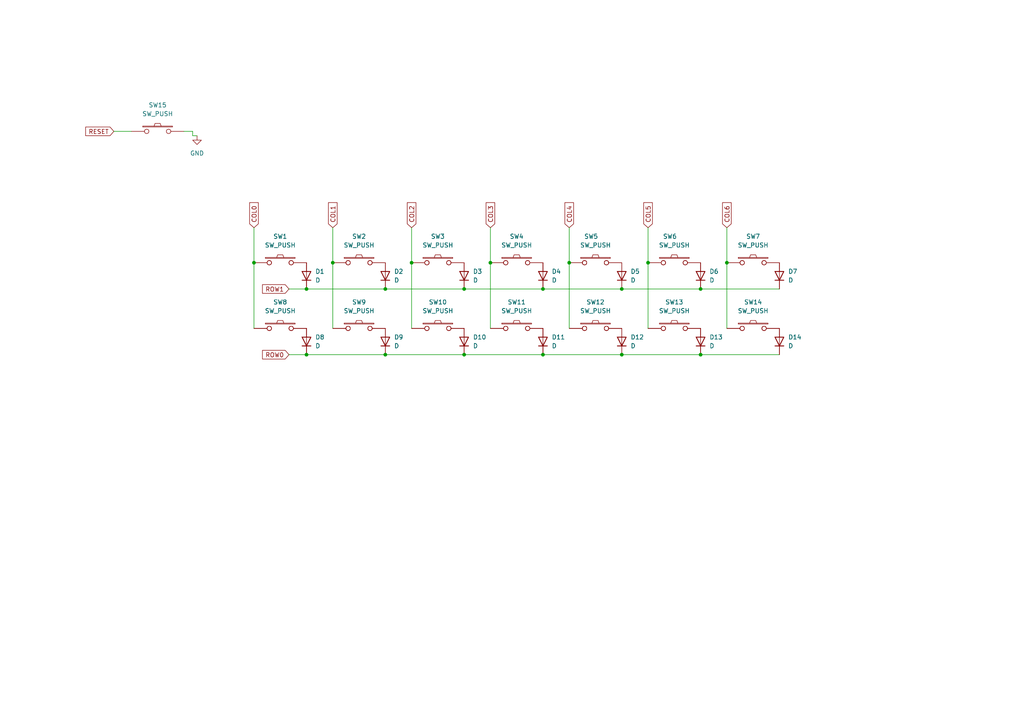
<source format=kicad_sch>
(kicad_sch (version 20230121) (generator eeschema)
  (paper "A4")
  (lib_symbols
    (symbol "Device:D" (pin_numbers hide) (pin_names (offset 1.016) hide)
      (property "Reference" "D" (at 0 2.54 0))
      (property "Value" "D" (at 0 -2.54 0))
      (symbol "D_0_1"
        (polyline (pts (xy -1.27 1.27) (xy -1.27 -1.27)) (stroke (width 0.254)))
        (polyline (pts (xy 1.27 0) (xy -1.27 0)))
        (polyline (pts (xy 1.27 1.27) (xy 1.27 -1.27) (xy -1.27 0) (xy 1.27 1.27)) (stroke (width 0.254)))
      )
      (symbol "D_1_1"
        (pin passive line (at -3.81 0 0) (length 2.54) (name "K") (number "1"))
        (pin passive line (at 3.81 0 180) (length 2.54) (name "A") (number "2"))
      )
    )
    (symbol "kbd:SW_PUSH" (pin_numbers hide) (pin_names (offset 1.016) hide)
      (property "Reference" "SW" (at 3.81 2.794 0))
      (property "Value" "SW_PUSH" (at 0 -2.032 0))
      (symbol "SW_PUSH_0_1"
        (rectangle (start -4.318 1.27) (end 4.318 1.524))
        (polyline (pts (xy -1.016 1.524) (xy -0.762 2.286) (xy 0.762 2.286) (xy 1.016 1.524)))
        (pin passive inverted (at -7.62 0 0) (length 5.08) (name "1") (number "1"))
        (pin passive inverted (at 7.62 0 180) (length 5.08) (name "2") (number "2"))
      )
    )
    (symbol "power:GND" (power) (pin_names (offset 0))
      (property "Value" "GND" (at 0 -3.81 0))
      (symbol "GND_0_1"
        (polyline (pts (xy 0 0) (xy 0 -1.27) (xy 1.27 -1.27) (xy 0 -2.54) (xy -1.27 -1.27) (xy 0 -1.27)))
      )
      (symbol "GND_1_1"
        (pin power_in line (at 0 0 270) (length 0) hide (name "GND") (number "1"))
      )
    )
  )
  (junction (at 88.9 83.82))
  (junction (at 203.2 102.87))
  (junction (at 157.48 83.82))
  (junction (at 142.24 76.2))
  (junction (at 134.62 83.82))
  (junction (at 165.1 76.2))
  (junction (at 203.2 83.82))
  (junction (at 111.76 102.87))
  (junction (at 187.96 76.2))
  (junction (at 134.62 102.87))
  (junction (at 157.48 102.87))
  (junction (at 88.9 102.87))
  (junction (at 210.82 76.2))
  (junction (at 180.34 83.82))
  (junction (at 180.34 102.87))
  (junction (at 96.52 76.2))
  (junction (at 119.38 76.2))
  (junction (at 73.66 76.2))
  (junction (at 111.76 83.82))
  (wire (pts (xy 55.88 39.37) (xy 55.88 38.1)))
  (wire (pts (xy 142.24 76.2) (xy 142.24 95.25)))
  (wire (pts (xy 119.38 66.04) (xy 119.38 76.2)))
  (wire (pts (xy 157.48 83.82) (xy 180.34 83.82)))
  (wire (pts (xy 187.96 76.2) (xy 187.96 95.25)))
  (wire (pts (xy 55.88 38.1) (xy 53.34 38.1)))
  (wire (pts (xy 180.34 83.82) (xy 203.2 83.82)))
  (wire (pts (xy 96.52 76.2) (xy 96.52 95.25)))
  (wire (pts (xy 96.52 66.04) (xy 96.52 76.2)))
  (wire (pts (xy 134.62 83.82) (xy 157.48 83.82)))
  (wire (pts (xy 157.48 102.87) (xy 180.34 102.87)))
  (wire (pts (xy 165.1 66.04) (xy 165.1 76.2)))
  (wire (pts (xy 73.66 76.2) (xy 73.66 95.25)))
  (wire (pts (xy 88.9 83.82) (xy 111.76 83.82)))
  (wire (pts (xy 180.34 102.87) (xy 203.2 102.87)))
  (wire (pts (xy 210.82 66.04) (xy 210.82 76.2)))
  (wire (pts (xy 165.1 76.2) (xy 165.1 95.25)))
  (wire (pts (xy 33.02 38.1) (xy 38.1 38.1)))
  (wire (pts (xy 134.62 102.87) (xy 157.48 102.87)))
  (wire (pts (xy 111.76 102.87) (xy 134.62 102.87)))
  (wire (pts (xy 83.82 102.87) (xy 88.9 102.87)))
  (wire (pts (xy 142.24 66.04) (xy 142.24 76.2)))
  (wire (pts (xy 73.66 66.04) (xy 73.66 76.2)))
  (wire (pts (xy 88.9 102.87) (xy 111.76 102.87)))
  (wire (pts (xy 119.38 76.2) (xy 119.38 95.25)))
  (wire (pts (xy 203.2 83.82) (xy 226.06 83.82)))
  (wire (pts (xy 111.76 83.82) (xy 134.62 83.82)))
  (wire (pts (xy 210.82 76.2) (xy 210.82 95.25)))
  (wire (pts (xy 187.96 66.04) (xy 187.96 76.2)))
  (wire (pts (xy 203.2 102.87) (xy 226.06 102.87)))
  (wire (pts (xy 57.15 39.37) (xy 55.88 39.37)))
  (wire (pts (xy 83.82 83.82) (xy 88.9 83.82)))
  (global_label "COL1" (shape input) (at 96.52 66.04 90) (property "Intersheetrefs" "${INTERSHEET_REFS}" (effects hide)))
  (global_label "ROW1" (shape input) (at 83.82 83.82 180) (property "Intersheetrefs" "${INTERSHEET_REFS}" (effects hide)))
  (global_label "ROW0" (shape input) (at 83.82 102.87 180) (property "Intersheetrefs" "${INTERSHEET_REFS}" (effects hide)))
  (global_label "RESET" (shape input) (at 33.02 38.1 180) (property "Intersheetrefs" "${INTERSHEET_REFS}" (effects hide)))
  (global_label "COL3" (shape input) (at 142.24 66.04 90) (property "Intersheetrefs" "${INTERSHEET_REFS}" (effects hide)))
  (global_label "COL2" (shape input) (at 119.38 66.04 90) (property "Intersheetrefs" "${INTERSHEET_REFS}" (effects hide)))
  (global_label "COL0" (shape input) (at 73.66 66.04 90) (property "Intersheetrefs" "${INTERSHEET_REFS}" (effects hide)))
  (global_label "COL4" (shape input) (at 165.1 66.04 90) (property "Intersheetrefs" "${INTERSHEET_REFS}" (effects hide)))
  (global_label "COL6" (shape input) (at 210.82 66.04 90) (property "Intersheetrefs" "${INTERSHEET_REFS}" (effects hide)))
  (global_label "COL5" (shape input) (at 187.96 66.04 90) (property "Intersheetrefs" "${INTERSHEET_REFS}" (effects hide)))
  (symbol (lib_id "Device:D") (at 226.06 80.01 90) (unit 1)
    (property "Reference" "D7" (at 228.6 78.74 90) (effects (justify right)))
    (property "Value" "D" (at 228.6 81.28 90) (effects (justify right)))
    (property "Footprint" "0:Diode 1N4148W C2099" (effects hide))
    (property "Sim.Device" "D" (effects hide))
    (property "Sim.Pins" "1=K 2=A" (effects hide))
    (property "LCSC" "C2099" (effects hide))
  )
  (symbol (lib_id "power:GND") (at 57.15 39.37 0) (unit 1)
    (property "Reference" "#PWR04" (effects hide))
    (property "Value" "GND" (at 57.15 44.45 0))
    (instances (project "ProMicro_Sensor1" (path "" (reference "#PWR04") (unit 1)) (path "" (reference "#PWR05") (unit 1))))
  )
  (symbol (lib_id "Device:D") (at 111.76 80.01 90) (unit 1)
    (property "Reference" "D2" (at 114.3 78.74 90) (effects (justify right)))
    (property "Value" "D" (at 114.3 81.28 90) (effects (justify right)))
    (property "Footprint" "0:Diode 1N4148W C2099" (effects hide))
    (property "Sim.Device" "D" (effects hide))
    (property "Sim.Pins" "1=K 2=A" (effects hide))
    (property "LCSC" "C2099" (effects hide))
  )
  (symbol (lib_id "kbd:SW_PUSH") (at 195.58 95.25 0) (unit 1)
    (property "Reference" "SW13" (at 195.58 87.63 0))
    (property "Value" "SW_PUSH" (at 195.58 90.17 0))
    (property "Footprint" "0:SW-TH_L6.2-W6.2-P5.00" (effects hide))
  )
  (symbol (lib_id "Device:D") (at 203.2 99.06 90) (unit 1)
    (property "Reference" "D13" (at 205.74 97.79 90) (effects (justify right)))
    (property "Value" "D" (at 205.74 100.33 90) (effects (justify right)))
    (property "Footprint" "0:Diode 1N4148W C2099" (effects hide))
    (property "Sim.Device" "D" (effects hide))
    (property "Sim.Pins" "1=K 2=A" (effects hide))
    (property "LCSC" "C2099" (effects hide))
  )
  (symbol (lib_id "kbd:SW_PUSH") (at 218.44 76.2 0) (unit 1)
    (property "Reference" "SW7" (at 218.44 68.58 0))
    (property "Value" "SW_PUSH" (at 218.44 71.12 0))
    (property "Footprint" "0:SW-TH_L6.2-W6.2-P5.00" (effects hide))
  )
  (symbol (lib_id "kbd:SW_PUSH") (at 195.58 76.2 0) (unit 1)
    (property "Reference" "SW6" (at 194.31 68.58 0))
    (property "Value" "SW_PUSH" (at 195.58 71.12 0))
    (property "Footprint" "0:SW-TH_L6.2-W6.2-P5.00" (effects hide))
  )
  (symbol (lib_id "Device:D") (at 157.48 80.01 90) (unit 1)
    (property "Reference" "D4" (at 160.02 78.74 90) (effects (justify right)))
    (property "Value" "D" (at 160.02 81.28 90) (effects (justify right)))
    (property "Footprint" "0:Diode 1N4148W C2099" (effects hide))
    (property "Sim.Device" "D" (effects hide))
    (property "Sim.Pins" "1=K 2=A" (effects hide))
    (property "LCSC" "C2099" (effects hide))
  )
  (symbol (lib_id "Device:D") (at 157.48 99.06 90) (unit 1)
    (property "Reference" "D11" (at 160.02 97.79 90) (effects (justify right)))
    (property "Value" "D" (at 160.02 100.33 90) (effects (justify right)))
    (property "Footprint" "0:Diode 1N4148W C2099" (effects hide))
    (property "Sim.Device" "D" (effects hide))
    (property "Sim.Pins" "1=K 2=A" (effects hide))
    (property "LCSC" "C2099" (effects hide))
  )
  (symbol (lib_id "Device:D") (at 88.9 80.01 90) (unit 1)
    (property "Reference" "D1" (at 91.44 78.74 90) (effects (justify right)))
    (property "Value" "D" (at 91.44 81.28 90) (effects (justify right)))
    (property "Footprint" "0:Diode 1N4148W C2099" (effects hide))
    (property "Sim.Device" "D" (effects hide))
    (property "Sim.Pins" "1=K 2=A" (effects hide))
    (property "LCSC" "C2099" (effects hide))
  )
  (symbol (lib_id "kbd:SW_PUSH") (at 104.14 95.25 0) (unit 1)
    (property "Reference" "SW9" (at 104.14 87.63 0))
    (property "Value" "SW_PUSH" (at 104.14 90.17 0))
    (property "Footprint" "0:SW-TH_L6.2-W6.2-P5.00" (effects hide))
  )
  (symbol (lib_id "kbd:SW_PUSH") (at 127 95.25 0) (unit 1)
    (property "Reference" "SW10" (at 127 87.63 0))
    (property "Value" "SW_PUSH" (at 127 90.17 0))
    (property "Footprint" "0:SW-TH_L6.2-W6.2-P5.00" (effects hide))
  )
  (symbol (lib_id "Device:D") (at 88.9 99.06 90) (unit 1)
    (property "Reference" "D8" (at 91.44 97.79 90) (effects (justify right)))
    (property "Value" "D" (at 91.44 100.33 90) (effects (justify right)))
    (property "Footprint" "0:Diode 1N4148W C2099" (effects hide))
    (property "Sim.Device" "D" (effects hide))
    (property "Sim.Pins" "1=K 2=A" (effects hide))
    (property "LCSC" "C2099" (effects hide))
  )
  (symbol (lib_id "Device:D") (at 180.34 80.01 90) (unit 1)
    (property "Reference" "D5" (at 182.88 78.74 90) (effects (justify right)))
    (property "Value" "D" (at 182.88 81.28 90) (effects (justify right)))
    (property "Footprint" "0:Diode 1N4148W C2099" (effects hide))
    (property "Sim.Device" "D" (effects hide))
    (property "Sim.Pins" "1=K 2=A" (effects hide))
    (property "LCSC" "C2099" (effects hide))
  )
  (symbol (lib_id "Device:D") (at 203.2 80.01 90) (unit 1)
    (property "Reference" "D6" (at 205.74 78.74 90) (effects (justify right)))
    (property "Value" "D" (at 205.74 81.28 90) (effects (justify right)))
    (property "Footprint" "0:Diode 1N4148W C2099" (effects hide))
    (property "Sim.Device" "D" (effects hide))
    (property "Sim.Pins" "1=K 2=A" (effects hide))
    (property "LCSC" "C2099" (effects hide))
  )
  (symbol (lib_id "Device:D") (at 226.06 99.06 90) (unit 1)
    (property "Reference" "D14" (at 228.6 97.79 90) (effects (justify right)))
    (property "Value" "D" (at 228.6 100.33 90) (effects (justify right)))
    (property "Footprint" "0:Diode 1N4148W C2099" (effects hide))
    (property "Sim.Device" "D" (effects hide))
    (property "Sim.Pins" "1=K 2=A" (effects hide))
    (property "LCSC" "C2099" (effects hide))
  )
  (symbol (lib_id "kbd:SW_PUSH") (at 218.44 95.25 0) (unit 1)
    (property "Reference" "SW14" (at 218.44 87.63 0))
    (property "Value" "SW_PUSH" (at 218.44 90.17 0))
    (property "Footprint" "0:SW-TH_L6.2-W6.2-P5.00" (effects hide))
  )
  (symbol (lib_id "kbd:SW_PUSH") (at 45.72 38.1 0) (unit 1)
    (property "Reference" "SW15" (at 45.72 30.48 0))
    (property "Value" "SW_PUSH" (at 45.72 33.02 0))
    (property "Footprint" "0:Reset SW" (effects hide))
    (property "LCSC" "C329185" (effects hide))
    (instances (project "ProMicro_Sensor1" (path "" (reference "SW15") (unit 1)) (path "" (reference "RESET1") (unit 1))))
  )
  (symbol (lib_id "Device:D") (at 180.34 99.06 90) (unit 1)
    (property "Reference" "D12" (at 182.88 97.79 90) (effects (justify right)))
    (property "Value" "D" (at 182.88 100.33 90) (effects (justify right)))
    (property "Footprint" "0:Diode 1N4148W C2099" (effects hide))
    (property "Sim.Device" "D" (effects hide))
    (property "Sim.Pins" "1=K 2=A" (effects hide))
    (property "LCSC" "C2099" (effects hide))
  )
  (symbol (lib_id "Device:D") (at 111.76 99.06 90) (unit 1)
    (property "Reference" "D9" (at 114.3 97.79 90) (effects (justify right)))
    (property "Value" "D" (at 114.3 100.33 90) (effects (justify right)))
    (property "Footprint" "0:Diode 1N4148W C2099" (effects hide))
    (property "Sim.Device" "D" (effects hide))
    (property "Sim.Pins" "1=K 2=A" (effects hide))
    (property "LCSC" "C2099" (effects hide))
  )
  (symbol (lib_id "kbd:SW_PUSH") (at 127 76.2 0) (unit 1)
    (property "Reference" "SW3" (at 127 68.58 0))
    (property "Value" "SW_PUSH" (at 127 71.12 0))
    (property "Footprint" "0:SW-TH_L6.2-W6.2-P5.00" (effects hide))
  )
  (symbol (lib_id "Device:D") (at 134.62 80.01 90) (unit 1)
    (property "Reference" "D3" (at 137.16 78.74 90) (effects (justify right)))
    (property "Value" "D" (at 137.16 81.28 90) (effects (justify right)))
    (property "Footprint" "0:Diode 1N4148W C2099" (effects hide))
    (property "Sim.Device" "D" (effects hide))
    (property "Sim.Pins" "1=K 2=A" (effects hide))
    (property "LCSC" "C2099" (effects hide))
  )
  (symbol (lib_id "Device:D") (at 134.62 99.06 90) (unit 1)
    (property "Reference" "D10" (at 137.16 97.79 90) (effects (justify right)))
    (property "Value" "D" (at 137.16 100.33 90) (effects (justify right)))
    (property "Footprint" "0:Diode 1N4148W C2099" (effects hide))
    (property "Sim.Device" "D" (effects hide))
    (property "Sim.Pins" "1=K 2=A" (effects hide))
    (property "LCSC" "C2099" (effects hide))
  )
  (symbol (lib_id "kbd:SW_PUSH") (at 81.28 76.2 0) (unit 1)
    (property "Reference" "SW1" (at 81.28 68.58 0))
    (property "Value" "SW_PUSH" (at 81.28 71.12 0))
    (property "Footprint" "0:SW-TH_L6.2-W6.2-P5.00" (effects hide))
  )
  (symbol (lib_id "kbd:SW_PUSH") (at 149.86 95.25 0) (unit 1)
    (property "Reference" "SW11" (at 149.86 87.63 0))
    (property "Value" "SW_PUSH" (at 149.86 90.17 0))
    (property "Footprint" "0:SW-TH_L6.2-W6.2-P5.00" (effects hide))
  )
  (symbol (lib_id "kbd:SW_PUSH") (at 149.86 76.2 0) (unit 1)
    (property "Reference" "SW4" (at 149.86 68.58 0))
    (property "Value" "SW_PUSH" (at 149.86 71.12 0))
    (property "Footprint" "0:SW-TH_L6.2-W6.2-P5.00" (effects hide))
  )
  (symbol (lib_id "kbd:SW_PUSH") (at 104.14 76.2 0) (unit 1)
    (property "Reference" "SW2" (at 104.14 68.58 0))
    (property "Value" "SW_PUSH" (at 104.14 71.12 0))
    (property "Footprint" "0:SW-TH_L6.2-W6.2-P5.00" (effects hide))
  )
  (symbol (lib_id "kbd:SW_PUSH") (at 172.72 95.25 0) (unit 1)
    (property "Reference" "SW12" (at 172.72 87.63 0))
    (property "Value" "SW_PUSH" (at 172.72 90.17 0))
    (property "Footprint" "0:SW-TH_L6.2-W6.2-P5.00" (effects hide))
  )
  (symbol (lib_id "kbd:SW_PUSH") (at 172.72 76.2 0) (unit 1)
    (property "Reference" "SW5" (at 171.45 68.58 0))
    (property "Value" "SW_PUSH" (at 172.72 71.12 0))
    (property "Footprint" "0:SW-TH_L6.2-W6.2-P5.00" (effects hide))
  )
  (symbol (lib_id "kbd:SW_PUSH") (at 81.28 95.25 0) (unit 1)
    (property "Reference" "SW8" (at 81.28 87.63 0))
    (property "Value" "SW_PUSH" (at 81.28 90.17 0))
    (property "Footprint" "0:SW-TH_L6.2-W6.2-P5.00" (effects hide))
  )
)
</source>
